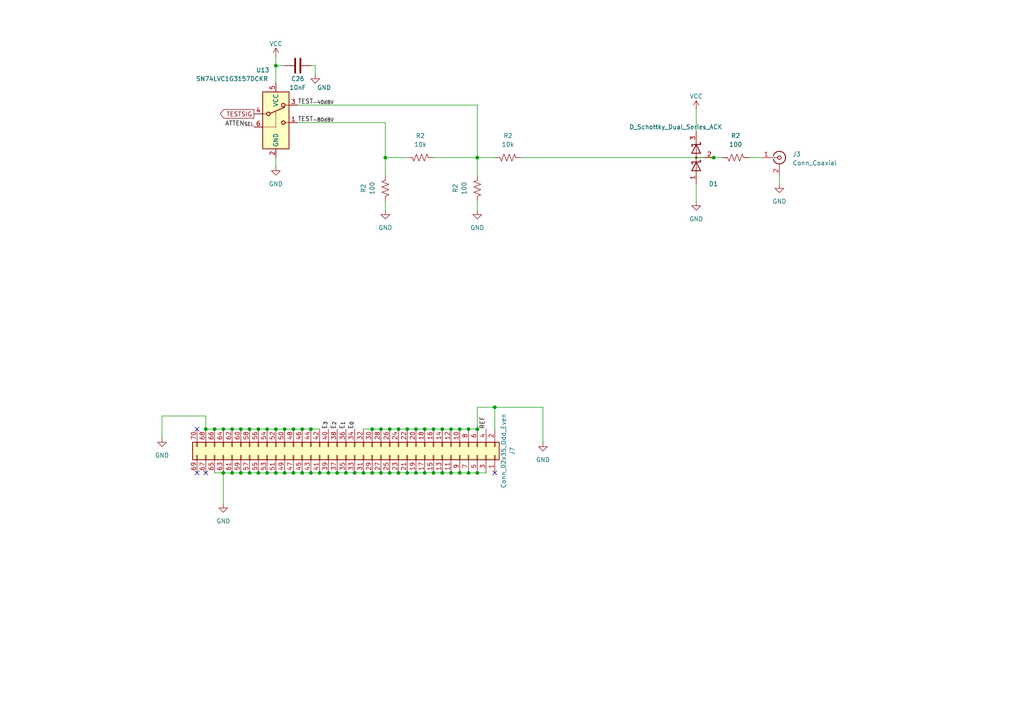
<source format=kicad_sch>
(kicad_sch (version 20230121) (generator eeschema)
  (paper "A4")
  (lib_symbols
    (symbol "Connector:Conn_Coaxial" (pin_names (offset 1.016) hide)
      (property "Reference" "J" (at 0.254 3.048 0))
      (property "Value" "Conn_Coaxial" (at 2.921 0 90))
      (symbol "Conn_Coaxial_1_1"
        (pin passive line (at -5.08 0 0) (length 2.54) (name "In") (number "1"))
        (pin passive line (at 0 -5.08 90) (length 2.54) (name "Ext") (number "2"))
      )
    )
    (symbol "Connector_Generic:Conn_02x35_Odd_Even" (pin_names (offset 1.016) hide)
      (property "Reference" "J" (at 1.27 45.72 0))
      (property "Value" "Conn_02x35_Odd_Even" (at 1.27 -45.72 0))
      (symbol "Conn_02x35_Odd_Even_1_1"
        (pin passive line (at -5.08 43.18 0) (length 3.81) (name "Pin_1") (number "1"))
        (pin passive line (at 7.62 33.02 180) (length 3.81) (name "Pin_10") (number "10"))
        (pin passive line (at -5.08 30.48 0) (length 3.81) (name "Pin_11") (number "11"))
        (pin passive line (at 7.62 30.48 180) (length 3.81) (name "Pin_12") (number "12"))
        (pin passive line (at -5.08 27.94 0) (length 3.81) (name "Pin_13") (number "13"))
        (pin passive line (at 7.62 27.94 180) (length 3.81) (name "Pin_14") (number "14"))
        (pin passive line (at -5.08 25.4 0) (length 3.81) (name "Pin_15") (number "15"))
        (pin passive line (at 7.62 25.4 180) (length 3.81) (name "Pin_16") (number "16"))
        (pin passive line (at -5.08 22.86 0) (length 3.81) (name "Pin_17") (number "17"))
        (pin passive line (at 7.62 22.86 180) (length 3.81) (name "Pin_18") (number "18"))
        (pin passive line (at -5.08 20.32 0) (length 3.81) (name "Pin_19") (number "19"))
        (pin passive line (at 7.62 43.18 180) (length 3.81) (name "Pin_2") (number "2"))
        (pin passive line (at 7.62 20.32 180) (length 3.81) (name "Pin_20") (number "20"))
        (pin passive line (at -5.08 17.78 0) (length 3.81) (name "Pin_21") (number "21"))
        (pin passive line (at 7.62 17.78 180) (length 3.81) (name "Pin_22") (number "22"))
        (pin passive line (at -5.08 15.24 0) (length 3.81) (name "Pin_23") (number "23"))
        (pin passive line (at 7.62 15.24 180) (length 3.81) (name "Pin_24") (number "24"))
        (pin passive line (at -5.08 12.7 0) (length 3.81) (name "Pin_25") (number "25"))
        (pin passive line (at 7.62 12.7 180) (length 3.81) (name "Pin_26") (number "26"))
        (pin passive line (at -5.08 10.16 0) (length 3.81) (name "Pin_27") (number "27"))
        (pin passive line (at 7.62 10.16 180) (length 3.81) (name "Pin_28") (number "28"))
        (pin passive line (at -5.08 7.62 0) (length 3.81) (name "Pin_29") (number "29"))
        (pin passive line (at -5.08 40.64 0) (length 3.81) (name "Pin_3") (number "3"))
        (pin passive line (at 7.62 7.62 180) (length 3.81) (name "Pin_30") (number "30"))
        (pin passive line (at -5.08 5.08 0) (length 3.81) (name "Pin_31") (number "31"))
        (pin passive line (at 7.62 5.08 180) (length 3.81) (name "Pin_32") (number "32"))
        (pin passive line (at -5.08 2.54 0) (length 3.81) (name "Pin_33") (number "33"))
        (pin passive line (at 7.62 2.54 180) (length 3.81) (name "Pin_34") (number "34"))
        (pin passive line (at -5.08 0 0) (length 3.81) (name "Pin_35") (number "35"))
        (pin passive line (at 7.62 0 180) (length 3.81) (name "Pin_36") (number "36"))
        (pin passive line (at -5.08 -2.54 0) (length 3.81) (name "Pin_37") (number "37"))
        (pin passive line (at 7.62 -2.54 180) (length 3.81) (name "Pin_38") (number "38"))
        (pin passive line (at -5.08 -5.08 0) (length 3.81) (name "Pin_39") (number "39"))
        (pin passive line (at 7.62 40.64 180) (length 3.81) (name "Pin_4") (number "4"))
        (pin passive line (at 7.62 -5.08 180) (length 3.81) (name "Pin_40") (number "40"))
        (pin passive line (at -5.08 -7.62 0) (length 3.81) (name "Pin_41") (number "41"))
        (pin passive line (at 7.62 -7.62 180) (length 3.81) (name "Pin_42") (number "42"))
        (pin passive line (at -5.08 -10.16 0) (length 3.81) (name "Pin_43") (number "43"))
        (pin passive line (at 7.62 -10.16 180) (length 3.81) (name "Pin_44") (number "44"))
        (pin passive line (at -5.08 -12.7 0) (length 3.81) (name "Pin_45") (number "45"))
        (pin passive line (at 7.62 -12.7 180) (length 3.81) (name "Pin_46") (number "46"))
        (pin passive line (at -5.08 -15.24 0) (length 3.81) (name "Pin_47") (number "47"))
        (pin passive line (at 7.62 -15.24 180) (length 3.81) (name "Pin_48") (number "48"))
        (pin passive line (at -5.08 -17.78 0) (length 3.81) (name "Pin_49") (number "49"))
        (pin passive line (at -5.08 38.1 0) (length 3.81) (name "Pin_5") (number "5"))
        (pin passive line (at 7.62 -17.78 180) (length 3.81) (name "Pin_50") (number "50"))
        (pin passive line (at -5.08 -20.32 0) (length 3.81) (name "Pin_51") (number "51"))
        (pin passive line (at 7.62 -20.32 180) (length 3.81) (name "Pin_52") (number "52"))
        (pin passive line (at -5.08 -22.86 0) (length 3.81) (name "Pin_53") (number "53"))
        (pin passive line (at 7.62 -22.86 180) (length 3.81) (name "Pin_54") (number "54"))
        (pin passive line (at -5.08 -25.4 0) (length 3.81) (name "Pin_55") (number "55"))
        (pin passive line (at 7.62 -25.4 180) (length 3.81) (name "Pin_56") (number "56"))
        (pin passive line (at -5.08 -27.94 0) (length 3.81) (name "Pin_57") (number "57"))
        (pin passive line (at 7.62 -27.94 180) (length 3.81) (name "Pin_58") (number "58"))
        (pin passive line (at -5.08 -30.48 0) (length 3.81) (name "Pin_59") (number "59"))
        (pin passive line (at 7.62 38.1 180) (length 3.81) (name "Pin_6") (number "6"))
        (pin passive line (at 7.62 -30.48 180) (length 3.81) (name "Pin_60") (number "60"))
        (pin passive line (at -5.08 -33.02 0) (length 3.81) (name "Pin_61") (number "61"))
        (pin passive line (at 7.62 -33.02 180) (length 3.81) (name "Pin_62") (number "62"))
        (pin passive line (at -5.08 -35.56 0) (length 3.81) (name "Pin_63") (number "63"))
        (pin passive line (at 7.62 -35.56 180) (length 3.81) (name "Pin_64") (number "64"))
        (pin passive line (at -5.08 -38.1 0) (length 3.81) (name "Pin_65") (number "65"))
        (pin passive line (at 7.62 -38.1 180) (length 3.81) (name "Pin_66") (number "66"))
        (pin passive line (at -5.08 -40.64 0) (length 3.81) (name "Pin_67") (number "67"))
        (pin passive line (at 7.62 -40.64 180) (length 3.81) (name "Pin_68") (number "68"))
        (pin passive line (at -5.08 -43.18 0) (length 3.81) (name "Pin_69") (number "69"))
        (pin passive line (at -5.08 35.56 0) (length 3.81) (name "Pin_7") (number "7"))
        (pin passive line (at 7.62 -43.18 180) (length 3.81) (name "Pin_70") (number "70"))
        (pin passive line (at 7.62 35.56 180) (length 3.81) (name "Pin_8") (number "8"))
        (pin passive line (at -5.08 33.02 0) (length 3.81) (name "Pin_9") (number "9"))
      )
    )
    (symbol "Device:C" (pin_numbers hide) (pin_names (offset 0.254))
      (property "Reference" "C" (at 0.635 2.54 0))
      (property "Value" "C" (at 0.635 -2.54 0))
      (symbol "C_1_1"
        (pin passive line (at 0 3.81 270) (length 2.794) (name "~") (number "1"))
        (pin passive line (at 0 -3.81 90) (length 2.794) (name "~") (number "2"))
      )
    )
    (symbol "Device:D_Schottky_Dual_Series_ACK" (pin_names (offset 0.762) hide)
      (property "Reference" "D" (at 1.27 -2.54 0))
      (property "Value" "D_Schottky_Dual_Series_ACK" (at 0 2.54 0))
      (symbol "D_Schottky_Dual_Series_ACK_0_1"
        (pin passive line (at -7.62 0 0) (length 3.81) (name "A") (number "1"))
        (pin passive line (at 0 -5.08 90) (length 2.54) (name "common") (number "2"))
        (pin passive line (at 7.62 0 180) (length 3.81) (name "K") (number "3"))
      )
    )
    (symbol "Device:R_US" (pin_numbers hide) (pin_names (offset 0))
      (property "Reference" "R" (at 2.54 0 90))
      (property "Value" "R_US" (at -2.54 0 90))
      (symbol "R_US_1_1"
        (pin passive line (at 0 3.81 270) (length 1.27) (name "~") (number "1"))
        (pin passive line (at 0 -3.81 90) (length 1.27) (name "~") (number "2"))
      )
    )
    (symbol "open-ephys:SN74LVC1G3157DCKR"
      (property "Reference" "U" (at 3.81 11.43 0))
      (property "Value" "SN74LVC1G3157DCKR" (at 11.43 8.89 0))
      (symbol "SN74LVC1G3157DCKR_1_1"
        (pin passive line (at 6.35 -1.27 180) (length 2.54) (name "~") (number "1"))
        (pin power_in line (at 0 -11.43 90) (length 2.54) (name "GND") (number "2"))
        (pin passive line (at 6.35 3.81 180) (length 2.54) (name "~") (number "3"))
        (pin passive line (at -6.35 1.27 0) (length 2.54) (name "~") (number "4"))
        (pin power_in line (at 0 10.16 270) (length 2.54) (name "VCC") (number "5"))
        (pin input line (at -6.35 -2.54 0) (length 2.54) (name "~") (number "6"))
      )
    )
    (symbol "power:GND" (power) (pin_names (offset 0))
      (property "Value" "GND" (at 0 -3.81 0))
      (symbol "GND_1_1"
        (pin power_in line (at 0 0 270) (length 0) hide (name "GND") (number "1"))
      )
    )
    (symbol "power:VCC" (power) (pin_names (offset 0))
      (property "Value" "VCC" (at 0 3.81 0))
      (symbol "VCC_1_1"
        (pin power_in line (at 0 0 90) (length 0) hide (name "VCC") (number "1"))
      )
    )
  )
  (junction (at 85.09 124.46))
  (junction (at 102.87 137.16))
  (junction (at 138.43 137.16))
  (junction (at 77.47 124.46))
  (junction (at 85.09 137.16))
  (junction (at 64.77 124.46))
  (junction (at 207.01 45.72))
  (junction (at 74.93 124.46))
  (junction (at 100.33 137.16))
  (junction (at 67.31 137.16))
  (junction (at 77.47 137.16))
  (junction (at 72.39 124.46))
  (junction (at 138.43 124.46))
  (junction (at 115.57 124.46))
  (junction (at 135.89 137.16))
  (junction (at 105.41 137.16))
  (junction (at 64.77 137.16))
  (junction (at 80.01 137.16))
  (junction (at 90.17 124.46))
  (junction (at 125.73 137.16))
  (junction (at 120.65 137.16))
  (junction (at 95.25 137.16))
  (junction (at 80.01 19.05))
  (junction (at 113.03 124.46))
  (junction (at 138.43 45.72))
  (junction (at 125.73 124.46))
  (junction (at 90.17 137.16))
  (junction (at 87.63 137.16))
  (junction (at 80.01 124.46))
  (junction (at 82.55 137.16))
  (junction (at 120.65 124.46))
  (junction (at 405.13 40.64))
  (junction (at 130.81 124.46))
  (junction (at 405.13 173.99))
  (junction (at 143.51 118.11))
  (junction (at 69.85 137.16))
  (junction (at 110.49 124.46))
  (junction (at 113.03 137.16))
  (junction (at 62.23 124.46))
  (junction (at 67.31 124.46))
  (junction (at 133.35 124.46))
  (junction (at 128.27 137.16))
  (junction (at 82.55 124.46))
  (junction (at 74.93 137.16))
  (junction (at 107.95 124.46))
  (junction (at 92.71 137.16))
  (junction (at 69.85 124.46))
  (junction (at 111.76 45.72))
  (junction (at 118.11 137.16))
  (junction (at 405.13 129.54))
  (junction (at 128.27 124.46))
  (junction (at 87.63 124.46))
  (junction (at 97.79 137.16))
  (junction (at 123.19 137.16))
  (junction (at 107.95 137.16))
  (junction (at 405.13 85.09))
  (junction (at 72.39 137.16))
  (junction (at 118.11 124.46))
  (junction (at 110.49 137.16))
  (junction (at 59.69 124.46))
  (junction (at 130.81 137.16))
  (junction (at 115.57 137.16))
  (junction (at 123.19 124.46))
  (junction (at 133.35 137.16))
  (junction (at 135.89 124.46))
  (no_connect (at 59.69 137.16))
  (no_connect (at 57.15 124.46))
  (no_connect (at 57.15 137.16))
  (no_connect (at 143.51 137.16))
  (wire (pts (xy 80.01 137.16) (xy 82.55 137.16)))
  (wire (pts (xy 80.01 124.46) (xy 82.55 124.46)))
  (wire (pts (xy 138.43 118.11) (xy 138.43 124.46)))
  (wire (pts (xy 105.41 137.16) (xy 107.95 137.16)))
  (wire (pts (xy 77.47 137.16) (xy 80.01 137.16)))
  (wire (pts (xy 111.76 35.56) (xy 111.76 45.72)))
  (wire (pts (xy 111.76 58.42) (xy 111.76 60.96)))
  (wire (pts (xy 130.81 124.46) (xy 133.35 124.46)))
  (wire (pts (xy 82.55 124.46) (xy 85.09 124.46)))
  (wire (pts (xy 111.76 45.72) (xy 118.11 45.72)))
  (wire (pts (xy 415.29 101.6) (xy 411.48 101.6)))
  (wire (pts (xy 405.13 40.64) (xy 405.13 45.72)))
  (wire (pts (xy 62.23 124.46) (xy 64.77 124.46)))
  (wire (pts (xy 405.13 113.03) (xy 405.13 111.76)))
  (wire (pts (xy 123.19 124.46) (xy 125.73 124.46)))
  (wire (pts (xy 59.69 124.46) (xy 62.23 124.46)))
  (wire (pts (xy 118.11 137.16) (xy 120.65 137.16)))
  (wire (pts (xy 405.13 82.55) (xy 405.13 85.09)))
  (wire (pts (xy 398.78 187.96) (xy 397.51 187.96)))
  (wire (pts (xy 416.56 85.09) (xy 416.56 87.63)))
  (wire (pts (xy 125.73 137.16) (xy 128.27 137.16)))
  (wire (pts (xy 120.65 124.46) (xy 123.19 124.46)))
  (wire (pts (xy 97.79 137.16) (xy 100.33 137.16)))
  (wire (pts (xy 201.93 31.75) (xy 201.93 38.1)))
  (wire (pts (xy 415.29 173.99) (xy 416.56 173.99)))
  (wire (pts (xy 415.29 57.15) (xy 411.48 57.15)))
  (wire (pts (xy 405.13 157.48) (xy 405.13 156.21)))
  (wire (pts (xy 389.89 187.96) (xy 388.62 187.96)))
  (wire (pts (xy 110.49 137.16) (xy 113.03 137.16)))
  (wire (pts (xy 90.17 19.05) (xy 91.44 19.05)))
  (wire (pts (xy 67.31 137.16) (xy 69.85 137.16)))
  (wire (pts (xy 405.13 201.93) (xy 405.13 200.66)))
  (wire (pts (xy 133.35 124.46) (xy 135.89 124.46)))
  (wire (pts (xy 69.85 137.16) (xy 72.39 137.16)))
  (wire (pts (xy 415.29 104.14) (xy 415.29 101.6)))
  (wire (pts (xy 95.25 137.16) (xy 97.79 137.16)))
  (wire (pts (xy 86.36 35.56) (xy 111.76 35.56)))
  (wire (pts (xy 143.51 118.11) (xy 138.43 118.11)))
  (wire (pts (xy 405.13 173.99) (xy 405.13 179.07)))
  (wire (pts (xy 123.19 137.16) (xy 125.73 137.16)))
  (wire (pts (xy 143.51 118.11) (xy 157.48 118.11)))
  (wire (pts (xy 64.77 137.16) (xy 67.31 137.16)))
  (wire (pts (xy 416.56 129.54) (xy 416.56 132.08)))
  (wire (pts (xy 138.43 50.8) (xy 138.43 45.72)))
  (wire (pts (xy 46.99 120.65) (xy 46.99 127)))
  (wire (pts (xy 157.48 118.11) (xy 157.48 128.27)))
  (wire (pts (xy 74.93 137.16) (xy 77.47 137.16)))
  (wire (pts (xy 115.57 124.46) (xy 118.11 124.46)))
  (wire (pts (xy 110.49 124.46) (xy 113.03 124.46)))
  (wire (pts (xy 64.77 137.16) (xy 64.77 146.05)))
  (wire (pts (xy 138.43 45.72) (xy 138.43 30.48)))
  (wire (pts (xy 207.01 45.72) (xy 209.55 45.72)))
  (wire (pts (xy 405.13 85.09) (xy 405.13 90.17)))
  (wire (pts (xy 389.89 99.06) (xy 388.62 99.06)))
  (wire (pts (xy 405.13 40.64) (xy 407.67 40.64)))
  (wire (pts (xy 138.43 30.48) (xy 86.36 30.48)))
  (wire (pts (xy 398.78 54.61) (xy 397.51 54.61)))
  (wire (pts (xy 82.55 137.16) (xy 85.09 137.16)))
  (wire (pts (xy 415.29 40.64) (xy 416.56 40.64)))
  (wire (pts (xy 416.56 173.99) (xy 416.56 176.53)))
  (wire (pts (xy 111.76 50.8) (xy 111.76 45.72)))
  (wire (pts (xy 85.09 124.46) (xy 87.63 124.46)))
  (wire (pts (xy 125.73 124.46) (xy 128.27 124.46)))
  (wire (pts (xy 415.29 146.05) (xy 411.48 146.05)))
  (wire (pts (xy 72.39 124.46) (xy 74.93 124.46)))
  (wire (pts (xy 415.29 85.09) (xy 416.56 85.09)))
  (wire (pts (xy 113.03 124.46) (xy 115.57 124.46)))
  (wire (pts (xy 138.43 58.42) (xy 138.43 60.96)))
  (wire (pts (xy 80.01 19.05) (xy 80.01 24.13)))
  (wire (pts (xy 80.01 16.51) (xy 80.01 19.05)))
  (wire (pts (xy 405.13 127) (xy 405.13 129.54)))
  (wire (pts (xy 415.29 190.5) (xy 411.48 190.5)))
  (wire (pts (xy 87.63 137.16) (xy 90.17 137.16)))
  (wire (pts (xy 118.11 124.46) (xy 120.65 124.46)))
  (wire (pts (xy 80.01 19.05) (xy 82.55 19.05)))
  (wire (pts (xy 135.89 137.16) (xy 138.43 137.16)))
  (wire (pts (xy 138.43 45.72) (xy 143.51 45.72)))
  (wire (pts (xy 85.09 137.16) (xy 87.63 137.16)))
  (wire (pts (xy 72.39 137.16) (xy 74.93 137.16)))
  (wire (pts (xy 62.23 137.16) (xy 64.77 137.16)))
  (wire (pts (xy 405.13 129.54) (xy 405.13 134.62)))
  (wire (pts (xy 77.47 124.46) (xy 80.01 124.46)))
  (wire (pts (xy 91.44 19.05) (xy 91.44 21.59)))
  (wire (pts (xy 107.95 124.46) (xy 110.49 124.46)))
  (wire (pts (xy 128.27 124.46) (xy 130.81 124.46)))
  (wire (pts (xy 389.89 143.51) (xy 388.62 143.51)))
  (wire (pts (xy 415.29 148.59) (xy 415.29 146.05)))
  (wire (pts (xy 405.13 85.09) (xy 407.67 85.09)))
  (wire (pts (xy 105.41 124.46) (xy 107.95 124.46)))
  (wire (pts (xy 398.78 143.51) (xy 397.51 143.51)))
  (wire (pts (xy 133.35 137.16) (xy 135.89 137.16)))
  (wire (pts (xy 100.33 137.16) (xy 102.87 137.16)))
  (wire (pts (xy 59.69 124.46) (xy 59.69 120.65)))
  (wire (pts (xy 416.56 40.64) (xy 416.56 43.18)))
  (wire (pts (xy 107.95 137.16) (xy 110.49 137.16)))
  (wire (pts (xy 415.29 59.69) (xy 415.29 57.15)))
  (wire (pts (xy 415.29 129.54) (xy 416.56 129.54)))
  (wire (pts (xy 143.51 124.46) (xy 143.51 118.11)))
  (wire (pts (xy 226.06 50.8) (xy 226.06 53.34)))
  (wire (pts (xy 377.19 187.96) (xy 381 187.96)))
  (wire (pts (xy 398.78 99.06) (xy 397.51 99.06)))
  (wire (pts (xy 201.93 53.34) (xy 201.93 58.42)))
  (wire (pts (xy 113.03 137.16) (xy 115.57 137.16)))
  (wire (pts (xy 92.71 137.16) (xy 95.25 137.16)))
  (wire (pts (xy 405.13 68.58) (xy 405.13 67.31)))
  (wire (pts (xy 389.89 54.61) (xy 388.62 54.61)))
  (wire (pts (xy 125.73 45.72) (xy 138.43 45.72)))
  (wire (pts (xy 102.87 137.16) (xy 105.41 137.16)))
  (wire (pts (xy 377.19 54.61) (xy 381 54.61)))
  (wire (pts (xy 415.29 193.04) (xy 415.29 190.5)))
  (wire (pts (xy 138.43 124.46) (xy 135.89 124.46)))
  (wire (pts (xy 217.17 45.72) (xy 220.98 45.72)))
  (wire (pts (xy 377.19 99.06) (xy 381 99.06)))
  (wire (pts (xy 130.81 137.16) (xy 133.35 137.16)))
  (wire (pts (xy 405.13 129.54) (xy 407.67 129.54)))
  (wire (pts (xy 151.13 45.72) (xy 207.01 45.72)))
  (wire (pts (xy 138.43 137.16) (xy 140.97 137.16)))
  (wire (pts (xy 64.77 124.46) (xy 67.31 124.46)))
  (wire (pts (xy 128.27 137.16) (xy 130.81 137.16)))
  (wire (pts (xy 120.65 137.16) (xy 123.19 137.16)))
  (wire (pts (xy 90.17 137.16) (xy 92.71 137.16)))
  (wire (pts (xy 90.17 124.46) (xy 92.71 124.46)))
  (wire (pts (xy 405.13 38.1) (xy 405.13 40.64)))
  (wire (pts (xy 74.93 124.46) (xy 77.47 124.46)))
  (wire (pts (xy 67.31 124.46) (xy 69.85 124.46)))
  (wire (pts (xy 115.57 137.16) (xy 118.11 137.16)))
  (wire (pts (xy 80.01 45.72) (xy 80.01 48.26)))
  (wire (pts (xy 405.13 171.45) (xy 405.13 173.99)))
  (wire (pts (xy 59.69 120.65) (xy 46.99 120.65)))
  (wire (pts (xy 87.63 124.46) (xy 90.17 124.46)))
  (wire (pts (xy 405.13 173.99) (xy 407.67 173.99)))
  (wire (pts (xy 377.19 143.51) (xy 381 143.51)))
  (wire (pts (xy 69.85 124.46) (xy 72.39 124.46)))
  (label "TEST_{-80dBV}" (at 86.36 35.56 0))
  (label "E_{2}" (at 97.79 124.46 90))
  (label "E_{1}" (at 377.19 99.06 0))
  (label "E_{3}" (at 377.19 187.96 0))
  (label "ATTEN_{SEL}" (at 73.66 36.83 180))
  (label "S_{0}" (at 398.78 58.42 180))
  (label "E_{0}" (at 102.87 124.46 90))
  (label "E_{3}" (at 95.25 124.46 90))
  (label "TEST_{-40dBV}" (at 86.36 30.48 0))
  (label "S_{3}" (at 398.78 191.77 180))
  (label "E_{0}" (at 377.19 54.61 0))
  (label "E_{2}" (at 377.19 143.51 0))
  (label "E_{1}" (at 100.33 124.46 90))
  (label "REF" (at 140.97 124.46 90))
  (label "S_{2}" (at 398.78 147.32 180))
  (label "S_{1}" (at 398.78 102.87 180))
  (global_label "TESTSIG" (shape input) (at 411.48 140.97 0) (property "Intersheetrefs" "${INTERSHEET_REFS}" (effects hide)))
  (global_label "TESTSIG" (shape input) (at 411.48 52.07 0) (property "Intersheetrefs" "${INTERSHEET_REFS}" (effects hide)))
  (global_label "TESTSIG" (shape output) (at 73.66 33.02 180) (property "Intersheetrefs" "${INTERSHEET_REFS}" (effects hide)))
  (global_label "TESTSIG" (shape input) (at 411.48 96.52 0) (property "Intersheetrefs" "${INTERSHEET_REFS}" (effects hide)))
  (global_label "TESTSIG" (shape input) (at 411.48 185.42 0) (property "Intersheetrefs" "${INTERSHEET_REFS}" (effects hide)))
  (symbol (lib_id "power:GND") (at 91.44 21.59 0) (mirror y) (unit 1)
    (property "Reference" "#PWR052" (effects hide))
    (property "Value" "GND" (at 93.98 25.4 0))
    (instances (project "singal-path-test-board" (path "" (reference "#PWR052") (unit 1)) (path "" (reference "#PWR0563") (unit 1)) (path "" (reference "#PWR0563") (unit 1)) (path "" (reference "#PWR0599") (unit 1))))
  )
  (symbol (lib_id "power:GND") (at 405.13 201.93 0) (mirror y) (unit 1)
    (property "Reference" "#PWR032" (effects hide))
    (property "Value" "GND" (at 405.13 207.01 0))
    (instances (project "singal-path-test-board" (path "" (reference "#PWR032") (unit 1)) (path "" (reference "#PWR019") (unit 1)) (path "" (reference "#PWR078") (unit 1)) (path "" (reference "#PWR0113") (unit 1)) (path "" (reference "#PWR0148") (unit 1)) (path "" (reference "#PWR0183") (unit 1)) (path "" (reference "#PWR0218") (unit 1)) (path "" (reference "#PWR0253") (unit 1)) (path "" (reference "#PWR0288") (unit 1)) (path "" (reference "#PWR0323") (unit 1)) (path "" (reference "#PWR0358") (unit 1)) (path "" (reference "#PWR0393") (unit 1)) (path "" (reference "#PWR0428") (unit 1)) (path "" (reference "#PWR0463") (unit 1)) (path "" (reference "#PWR0498") (unit 1)) (path "" (reference "#PWR0533") (unit 1)) (path "" (reference "#PWR0623") (unit 1))))
  )
  (symbol (lib_id "Device:C") (at 411.48 129.54 90) (unit 1)
    (property "Reference" "C14" (at 411.48 133.35 90))
    (property "Value" "10nF" (at 411.48 135.89 90))
    (property "Footprint" "Capacitor_SMD:C_0402_1005Metric" (effects hide))
    (instances (project "singal-path-test-board" (path "" (reference "C14") (unit 1)) (path "" (reference "C15") (unit 1)) (path "" (reference "C43") (unit 1)) (path "" (reference "C61") (unit 1)) (path "" (reference "C79") (unit 1)) (path "" (reference "C97") (unit 1)) (path "" (reference "C115") (unit 1)) (path "" (reference "C133") (unit 1)) (path "" (reference "C151") (unit 1)) (path "" (reference "C169") (unit 1)) (path "" (reference "C187") (unit 1)) (path "" (reference "C205") (unit 1)) (path "" (reference "C223") (unit 1)) (path "" (reference "C241") (unit 1)) (path "" (reference "C259") (unit 1)) (path "" (reference "C277") (unit 1)) (path "" (reference "C313") (unit 1))))
  )
  (symbol (lib_id "Device:C") (at 393.7 143.51 270) (mirror x) (unit 1)
    (property "Reference" "C13" (at 393.7 137.16 90))
    (property "Value" "0.1uF" (at 393.7 139.7 90))
    (property "Footprint" "Capacitor_SMD:C_0402_1005Metric" (effects hide))
    (instances (project "singal-path-test-board" (path "" (reference "C13") (unit 1)) (path "" (reference "C9") (unit 1)) (path "" (reference "C39") (unit 1)) (path "" (reference "C57") (unit 1)) (path "" (reference "C75") (unit 1)) (path "" (reference "C93") (unit 1)) (path "" (reference "C111") (unit 1)) (path "" (reference "C129") (unit 1)) (path "" (reference "C147") (unit 1)) (path "" (reference "C165") (unit 1)) (path "" (reference "C183") (unit 1)) (path "" (reference "C201") (unit 1)) (path "" (reference "C219") (unit 1)) (path "" (reference "C237") (unit 1)) (path "" (reference "C255") (unit 1)) (path "" (reference "C273") (unit 1)) (path "" (reference "C314") (unit 1))))
  )
  (symbol (lib_id "Device:C") (at 393.7 54.61 270) (mirror x) (unit 1)
    (property "Reference" "C2" (at 393.7 48.26 90))
    (property "Value" "0.1uF" (at 393.7 50.8 90))
    (property "Footprint" "Capacitor_SMD:C_0402_1005Metric" (effects hide))
    (instances (project "singal-path-test-board" (path "" (reference "C2") (unit 1)) (path "" (reference "C7") (unit 1)) (path "" (reference "C37") (unit 1)) (path "" (reference "C55") (unit 1)) (path "" (reference "C73") (unit 1)) (path "" (reference "C91") (unit 1)) (path "" (reference "C109") (unit 1)) (path "" (reference "C127") (unit 1)) (path "" (reference "C145") (unit 1)) (path "" (reference "C163") (unit 1)) (path "" (reference "C181") (unit 1)) (path "" (reference "C199") (unit 1)) (path "" (reference "C217") (unit 1)) (path "" (reference "C235") (unit 1)) (path "" (reference "C253") (unit 1)) (path "" (reference "C271") (unit 1)) (path "" (reference "C308") (unit 1))))
  )
  (symbol (lib_id "power:VCC") (at 405.13 38.1 0) (mirror y) (unit 1)
    (property "Reference" "#PWR04" (effects hide))
    (property "Value" "VCC" (at 405.13 34.29 0))
    (instances (project "singal-path-test-board" (path "" (reference "#PWR04") (unit 1)) (path "" (reference "#PWR012") (unit 1)) (path "" (reference "#PWR071") (unit 1)) (path "" (reference "#PWR0106") (unit 1)) (path "" (reference "#PWR0141") (unit 1)) (path "" (reference "#PWR0176") (unit 1)) (path "" (reference "#PWR0211") (unit 1)) (path "" (reference "#PWR0246") (unit 1)) (path "" (reference "#PWR0281") (unit 1)) (path "" (reference "#PWR0316") (unit 1)) (path "" (reference "#PWR0351") (unit 1)) (path "" (reference "#PWR0386") (unit 1)) (path "" (reference "#PWR0421") (unit 1)) (path "" (reference "#PWR0456") (unit 1)) (path "" (reference "#PWR0491") (unit 1)) (path "" (reference "#PWR0526") (unit 1)) (path "" (reference "#PWR0561") (unit 1))))
  )
  (symbol (lib_id "power:GND") (at 405.13 68.58 0) (mirror y) (unit 1)
    (property "Reference" "#PWR02" (effects hide))
    (property "Value" "GND" (at 405.13 73.66 0))
    (instances (project "singal-path-test-board" (path "" (reference "#PWR02") (unit 1)) (path "" (reference "#PWR013") (unit 1)) (path "" (reference "#PWR072") (unit 1)) (path "" (reference "#PWR0107") (unit 1)) (path "" (reference "#PWR0142") (unit 1)) (path "" (reference "#PWR0177") (unit 1)) (path "" (reference "#PWR0212") (unit 1)) (path "" (reference "#PWR0247") (unit 1)) (path "" (reference "#PWR0282") (unit 1)) (path "" (reference "#PWR0317") (unit 1)) (path "" (reference "#PWR0352") (unit 1)) (path "" (reference "#PWR0387") (unit 1)) (path "" (reference "#PWR0422") (unit 1)) (path "" (reference "#PWR0457") (unit 1)) (path "" (reference "#PWR0492") (unit 1)) (path "" (reference "#PWR0527") (unit 1)) (path "" (reference "#PWR0600") (unit 1))))
  )
  (symbol (lib_id "power:GND") (at 138.43 60.96 0) (mirror y) (unit 1)
    (property "Reference" "#PWR042" (effects hide))
    (property "Value" "GND" (at 138.43 66.04 0))
    (instances (project "singal-path-test-board" (path "" (reference "#PWR042") (unit 1)) (path "" (reference "#PWR0566") (unit 1)) (path "" (reference "#PWR0562") (unit 1)) (path "" (reference "#PWR0596") (unit 1))))
  )
  (symbol (lib_id "Device:D_Schottky_Dual_Series_ACK") (at 201.93 45.72 90) (unit 1)
    (property "Reference" "D1" (at 208.28 53.34 90) (effects (justify left)))
    (property "Value" "D_Schottky_Dual_Series_ACK" (at 209.55 36.83 90) (effects (justify left)))
  )
  (symbol (lib_id "Device:R_US") (at 138.43 54.61 0) (mirror y) (unit 1)
    (property "Reference" "R2" (at 132.08 54.61 90))
    (property "Value" "100" (at 134.62 54.61 90))
    (property "Footprint" "Resistor_SMD:R_0805_2012Metric" (effects hide))
    (instances (project "singal-path-test-board" (path "" (reference "R2") (unit 1)) (path "" (reference "R145") (unit 1)) (path "" (reference "R145") (unit 1)) (path "" (reference "R153") (unit 1))))
  )
  (symbol (lib_id "Device:R_US") (at 213.36 45.72 270) (mirror x) (unit 1)
    (property "Reference" "R2" (at 213.36 39.37 90))
    (property "Value" "100" (at 213.36 41.91 90))
    (property "Footprint" "Resistor_SMD:R_0805_2012Metric" (effects hide))
    (instances (project "singal-path-test-board" (path "" (reference "R2") (unit 1)) (path "" (reference "R145") (unit 1)) (path "" (reference "R145") (unit 1)) (path "" (reference "R145") (unit 1))))
  )
  (symbol (lib_id "Device:R_US") (at 384.81 187.96 270) (mirror x) (unit 1)
    (property "Reference" "R9" (at 384.81 181.61 90))
    (property "Value" "180k" (at 384.81 184.15 90))
    (instances (project "singal-path-test-board" (path "" (reference "R9") (unit 1)) (path "" (reference "R8") (unit 1)) (path "" (reference "R22") (unit 1)) (path "" (reference "R31") (unit 1)) (path "" (reference "R40") (unit 1)) (path "" (reference "R49") (unit 1)) (path "" (reference "R58") (unit 1)) (path "" (reference "R67") (unit 1)) (path "" (reference "R76") (unit 1)) (path "" (reference "R85") (unit 1)) (path "" (reference "R94") (unit 1)) (path "" (reference "R103") (unit 1)) (path "" (reference "R112") (unit 1)) (path "" (reference "R121") (unit 1)) (path "" (reference "R130") (unit 1)) (path "" (reference "R139") (unit 1)) (path "" (reference "R160") (unit 1))))
  )
  (symbol (lib_id "power:GND") (at 416.56 43.18 0) (mirror y) (unit 1)
    (property "Reference" "#PWR03" (effects hide))
    (property "Value" "GND" (at 419.1 46.99 0))
    (instances (project "singal-path-test-board" (path "" (reference "#PWR03") (unit 1)) (path "" (reference "#PWR028") (unit 1)) (path "" (reference "#PWR083") (unit 1)) (path "" (reference "#PWR0118") (unit 1)) (path "" (reference "#PWR0153") (unit 1)) (path "" (reference "#PWR0188") (unit 1)) (path "" (reference "#PWR0223") (unit 1)) (path "" (reference "#PWR0258") (unit 1)) (path "" (reference "#PWR0293") (unit 1)) (path "" (reference "#PWR0328") (unit 1)) (path "" (reference "#PWR0363") (unit 1)) (path "" (reference "#PWR0398") (unit 1)) (path "" (reference "#PWR0433") (unit 1)) (path "" (reference "#PWR0468") (unit 1)) (path "" (reference "#PWR0503") (unit 1)) (path "" (reference "#PWR0538") (unit 1)) (path "" (reference "#PWR0562") (unit 1))))
  )
  (symbol (lib_id "power:GND") (at 46.99 127 0) (mirror y) (unit 1)
    (property "Reference" "#PWR042" (effects hide))
    (property "Value" "GND" (at 46.99 132.08 0))
    (instances (project "singal-path-test-board" (path "" (reference "#PWR042") (unit 1)) (path "" (reference "#PWR0566") (unit 1)) (path "" (reference "#PWR0562") (unit 1)) (path "" (reference "#PWR0626") (unit 1))))
  )
  (symbol (lib_id "open-ephys:SN74LVC1G3157DCKR") (at 80.01 34.29 0) (unit 1)
    (property "Reference" "U13" (at 76.2 20.32 0))
    (property "Value" "SN74LVC1G3157DCKR" (at 67.31 22.86 0))
    (property "Footprint" "Package_TO_SOT_SMD:SOT-363_SC-70-6" (effects hide))
    (property "Datasheet" "https://www.ti.com/lit/ds/symlink/sn74lvc1g3157.pdf?HQS=dis-dk-null-digikeymode-dsf-pf-null-wwe&ts=1702261952416&ref_url=https%253A%252F%252Fwww.ti.com%252Fgeneral%252Fdocs%252Fsuppproductinfo.tsp%253FdistId%253D10%2526gotoUrl%253Dhttps%253A%252F%252Fwww.ti.com%252Flit%252Fgpn%252Fsn74lvc1g3157" (effects hide))
    (instances (project "singal-path-test-board" (path "" (reference "U13") (unit 1)) (path "" (reference "U146") (unit 1)) (path "" (reference "U146") (unit 1)) (path "" (reference "U149") (unit 1))))
  )
  (symbol (lib_id "power:GND") (at 226.06 53.34 0) (mirror y) (unit 1)
    (property "Reference" "#PWR042" (effects hide))
    (property "Value" "GND" (at 226.06 58.42 0))
    (instances (project "singal-path-test-board" (path "" (reference "#PWR042") (unit 1)) (path "" (reference "#PWR0561") (unit 1)) (path "" (reference "#PWR0566") (unit 1)) (path "" (reference "#PWR0566") (unit 1))))
  )
  (symbol (lib_id "power:GND") (at 415.29 148.59 0) (mirror y) (unit 1)
    (property "Reference" "#PWR025" (effects hide))
    (property "Value" "GND" (at 415.29 153.67 0))
    (instances (project "singal-path-test-board" (path "" (reference "#PWR025") (unit 1)) (path "" (reference "#PWR022") (unit 1)) (path "" (reference "#PWR081") (unit 1)) (path "" (reference "#PWR0116") (unit 1)) (path "" (reference "#PWR0151") (unit 1)) (path "" (reference "#PWR0186") (unit 1)) (path "" (reference "#PWR0221") (unit 1)) (path "" (reference "#PWR0256") (unit 1)) (path "" (reference "#PWR0291") (unit 1)) (path "" (reference "#PWR0326") (unit 1)) (path "" (reference "#PWR0361") (unit 1)) (path "" (reference "#PWR0396") (unit 1)) (path "" (reference "#PWR0431") (unit 1)) (path "" (reference "#PWR0466") (unit 1)) (path "" (reference "#PWR0501") (unit 1)) (path "" (reference "#PWR0536") (unit 1)) (path "" (reference "#PWR0618") (unit 1))))
  )
  (symbol (lib_id "Device:C") (at 411.48 40.64 90) (unit 1)
    (property "Reference" "C1" (at 411.48 44.45 90))
    (property "Value" "10nF" (at 411.48 46.99 90))
    (property "Footprint" "Capacitor_SMD:C_0402_1005Metric" (effects hide))
    (instances (project "singal-path-test-board" (path "" (reference "C1") (unit 1)) (path "" (reference "C11") (unit 1)) (path "" (reference "C41") (unit 1)) (path "" (reference "C59") (unit 1)) (path "" (reference "C77") (unit 1)) (path "" (reference "C95") (unit 1)) (path "" (reference "C113") (unit 1)) (path "" (reference "C131") (unit 1)) (path "" (reference "C149") (unit 1)) (path "" (reference "C167") (unit 1)) (path "" (reference "C185") (unit 1)) (path "" (reference "C203") (unit 1)) (path "" (reference "C221") (unit 1)) (path "" (reference "C239") (unit 1)) (path "" (reference "C257") (unit 1)) (path "" (reference "C275") (unit 1)) (path "" (reference "C289") (unit 1))))
  )
  (symbol (lib_id "Connector_Generic:Conn_02x35_Odd_Even") (at 100.33 132.08 270) (mirror x) (unit 1)
    (property "Reference" "J7" (at 148.59 130.81 0))
    (property "Value" "Conn_02x35_Odd_Even" (at 146.05 130.81 0))
    (property "Footprint" "jonnew:HIROSE_DF40C(2.0)-70DS-0.4V(51)" (effects hide))
  )
  (symbol (lib_id "power:VCC") (at 201.93 31.75 0) (mirror y) (unit 1)
    (property "Reference" "#PWR041" (effects hide))
    (property "Value" "VCC" (at 201.93 27.94 0))
    (instances (project "singal-path-test-board" (path "" (reference "#PWR041") (unit 1)) (path "" (reference "#PWR0564") (unit 1)) (path "" (reference "#PWR0564") (unit 1)) (path "" (reference "#PWR0564") (unit 1))))
  )
  (symbol (lib_id "open-ephys:SN74LVC1G3157DCKR") (at 405.13 144.78 0) (unit 1)
    (property "Reference" "U8" (at 401.32 130.81 0))
    (property "Value" "SN74LVC1G3157DCKR" (at 392.43 133.35 0))
    (property "Footprint" "Package_TO_SOT_SMD:SOT-363_SC-70-6" (effects hide))
    (property "Datasheet" "https://www.ti.com/lit/ds/symlink/sn74lvc1g3157.pdf?HQS=dis-dk-null-digikeymode-dsf-pf-null-wwe&ts=1702261952416&ref_url=https%253A%252F%252Fwww.ti.com%252Fgeneral%252Fdocs%252Fsuppproductinfo.tsp%253FdistId%253D10%2526gotoUrl%253Dhttps%253A%252F%252Fwww.ti.com%252Flit%252Fgpn%252Fsn74lvc1g3157" (effects hide))
    (instances (project "singal-path-test-board" (path "" (reference "U8") (unit 1)) (path "" (reference "U7") (unit 1)) (path "" (reference "U22") (unit 1)) (path "" (reference "U31") (unit 1)) (path "" (reference "U40") (unit 1)) (path "" (reference "U49") (unit 1)) (path "" (reference "U58") (unit 1)) (path "" (reference "U67") (unit 1)) (path "" (reference "U76") (unit 1)) (path "" (reference "U85") (unit 1)) (path "" (reference "U94") (unit 1)) (path "" (reference "U103") (unit 1)) (path "" (reference "U112") (unit 1)) (path "" (reference "U121") (unit 1)) (path "" (reference "U130") (unit 1)) (path "" (reference "U139") (unit 1)) (path "" (reference "U151") (unit 1))))
  )
  (symbol (lib_id "open-ephys:SN74LVC1G3157DCKR") (at 405.13 100.33 0) (unit 1)
    (property "Reference" "U3" (at 401.32 86.36 0))
    (property "Value" "SN74LVC1G3157DCKR" (at 392.43 88.9 0))
    (property "Footprint" "Package_TO_SOT_SMD:SOT-363_SC-70-6" (effects hide))
    (property "Datasheet" "https://www.ti.com/lit/ds/symlink/sn74lvc1g3157.pdf?HQS=dis-dk-null-digikeymode-dsf-pf-null-wwe&ts=1702261952416&ref_url=https%253A%252F%252Fwww.ti.com%252Fgeneral%252Fdocs%252Fsuppproductinfo.tsp%253FdistId%253D10%2526gotoUrl%253Dhttps%253A%252F%252Fwww.ti.com%252Flit%252Fgpn%252Fsn74lvc1g3157" (effects hide))
    (instances (project "singal-path-test-board" (path "" (reference "U3") (unit 1)) (path "" (reference "U6") (unit 1)) (path "" (reference "U21") (unit 1)) (path "" (reference "U30") (unit 1)) (path "" (reference "U39") (unit 1)) (path "" (reference "U48") (unit 1)) (path "" (reference "U57") (unit 1)) (path "" (reference "U66") (unit 1)) (path "" (reference "U75") (unit 1)) (path "" (reference "U84") (unit 1)) (path "" (reference "U93") (unit 1)) (path "" (reference "U102") (unit 1)) (path "" (reference "U111") (unit 1)) (path "" (reference "U120") (unit 1)) (path "" (reference "U129") (unit 1)) (path "" (reference "U138") (unit 1)) (path "" (reference "U150") (unit 1))))
  )
  (symbol (lib_id "power:GND") (at 415.29 193.04 0) (mirror y) (unit 1)
    (property "Reference" "#PWR033" (effects hide))
    (property "Value" "GND" (at 415.29 198.12 0))
    (instances (project "singal-path-test-board" (path "" (reference "#PWR033") (unit 1)) (path "" (reference "#PWR027") (unit 1)) (path "" (reference "#PWR082") (unit 1)) (path "" (reference "#PWR0117") (unit 1)) (path "" (reference "#PWR0152") (unit 1)) (path "" (reference "#PWR0187") (unit 1)) (path "" (reference "#PWR0222") (unit 1)) (path "" (reference "#PWR0257") (unit 1)) (path "" (reference "#PWR0292") (unit 1)) (path "" (reference "#PWR0327") (unit 1)) (path "" (reference "#PWR0362") (unit 1)) (path "" (reference "#PWR0397") (unit 1)) (path "" (reference "#PWR0432") (unit 1)) (path "" (reference "#PWR0467") (unit 1)) (path "" (reference "#PWR0502") (unit 1)) (path "" (reference "#PWR0537") (unit 1)) (path "" (reference "#PWR0622") (unit 1))))
  )
  (symbol (lib_id "power:GND") (at 111.76 60.96 0) (mirror y) (unit 1)
    (property "Reference" "#PWR042" (effects hide))
    (property "Value" "GND" (at 111.76 66.04 0))
    (instances (project "singal-path-test-board" (path "" (reference "#PWR042") (unit 1)) (path "" (reference "#PWR0566") (unit 1)) (path "" (reference "#PWR0562") (unit 1)) (path "" (reference "#PWR0597") (unit 1))))
  )
  (symbol (lib_id "open-ephys:SN74LVC1G3157DCKR") (at 405.13 189.23 0) (unit 1)
    (property "Reference" "U10" (at 401.32 175.26 0))
    (property "Value" "SN74LVC1G3157DCKR" (at 392.43 177.8 0))
    (property "Footprint" "Package_TO_SOT_SMD:SOT-363_SC-70-6" (effects hide))
    (property "Datasheet" "https://www.ti.com/lit/ds/symlink/sn74lvc1g3157.pdf?HQS=dis-dk-null-digikeymode-dsf-pf-null-wwe&ts=1702261952416&ref_url=https%253A%252F%252Fwww.ti.com%252Fgeneral%252Fdocs%252Fsuppproductinfo.tsp%253FdistId%253D10%2526gotoUrl%253Dhttps%253A%252F%252Fwww.ti.com%252Flit%252Fgpn%252Fsn74lvc1g3157" (effects hide))
    (instances (project "singal-path-test-board" (path "" (reference "U10") (unit 1)) (path "" (reference "U9") (unit 1)) (path "" (reference "U23") (unit 1)) (path "" (reference "U32") (unit 1)) (path "" (reference "U41") (unit 1)) (path "" (reference "U50") (unit 1)) (path "" (reference "U59") (unit 1)) (path "" (reference "U68") (unit 1)) (path "" (reference "U77") (unit 1)) (path "" (reference "U86") (unit 1)) (path "" (reference "U95") (unit 1)) (path "" (reference "U104") (unit 1)) (path "" (reference "U113") (unit 1)) (path "" (reference "U122") (unit 1)) (path "" (reference "U131") (unit 1)) (path "" (reference "U140") (unit 1)) (path "" (reference "U152") (unit 1))))
  )
  (symbol (lib_id "Device:R_US") (at 384.81 54.61 270) (mirror x) (unit 1)
    (property "Reference" "R1" (at 384.81 48.26 90))
    (property "Value" "180k" (at 384.81 50.8 90))
    (instances (project "singal-path-test-board" (path "" (reference "R1") (unit 1)) (path "" (reference "R4") (unit 1)) (path "" (reference "R19") (unit 1)) (path "" (reference "R28") (unit 1)) (path "" (reference "R37") (unit 1)) (path "" (reference "R46") (unit 1)) (path "" (reference "R55") (unit 1)) (path "" (reference "R64") (unit 1)) (path "" (reference "R73") (unit 1)) (path "" (reference "R82") (unit 1)) (path "" (reference "R91") (unit 1)) (path "" (reference "R100") (unit 1)) (path "" (reference "R109") (unit 1)) (path "" (reference "R118") (unit 1)) (path "" (reference "R127") (unit 1)) (path "" (reference "R136") (unit 1)) (path "" (reference "R157") (unit 1))))
  )
  (symbol (lib_id "Connector:Conn_Coaxial") (at 226.06 45.72 0) (unit 1)
    (property "Reference" "J3" (at 229.87 44.7432 0) (effects (justify left)))
    (property "Value" "Conn_Coaxial" (at 229.87 47.2832 0) (effects (justify left)))
    (property "Footprint" "Connector_Coaxial:BNC_Amphenol_B6252HB-NPP3G-50_Horizontal" (effects hide))
    (property "Datasheet" " ~" (effects hide))
  )
  (symbol (lib_id "Device:C") (at 393.7 99.06 270) (mirror x) (unit 1)
    (property "Reference" "C3" (at 393.7 92.71 90))
    (property "Value" "0.1uF" (at 393.7 95.25 90))
    (property "Footprint" "Capacitor_SMD:C_0402_1005Metric" (effects hide))
    (instances (project "singal-path-test-board" (path "" (reference "C3") (unit 1)) (path "" (reference "C8") (unit 1)) (path "" (reference "C38") (unit 1)) (path "" (reference "C56") (unit 1)) (path "" (reference "C74") (unit 1)) (path "" (reference "C92") (unit 1)) (path "" (reference "C110") (unit 1)) (path "" (reference "C128") (unit 1)) (path "" (reference "C146") (unit 1)) (path "" (reference "C164") (unit 1)) (path "" (reference "C182") (unit 1)) (path "" (reference "C200") (unit 1)) (path "" (reference "C218") (unit 1)) (path "" (reference "C236") (unit 1)) (path "" (reference "C254") (unit 1)) (path "" (reference "C272") (unit 1)) (path "" (reference "C310") (unit 1))))
  )
  (symbol (lib_id "power:GND") (at 201.93 58.42 0) (mirror y) (unit 1)
    (property "Reference" "#PWR042" (effects hide))
    (property "Value" "GND" (at 201.93 63.5 0))
    (instances (project "singal-path-test-board" (path "" (reference "#PWR042") (unit 1)) (path "" (reference "#PWR0565") (unit 1)) (path "" (reference "#PWR0565") (unit 1)) (path "" (reference "#PWR0565") (unit 1))))
  )
  (symbol (lib_id "power:GND") (at 405.13 113.03 0) (mirror y) (unit 1)
    (property "Reference" "#PWR06" (effects hide))
    (property "Value" "GND" (at 405.13 118.11 0))
    (instances (project "singal-path-test-board" (path "" (reference "#PWR06") (unit 1)) (path "" (reference "#PWR015") (unit 1)) (path "" (reference "#PWR074") (unit 1)) (path "" (reference "#PWR0109") (unit 1)) (path "" (reference "#PWR0144") (unit 1)) (path "" (reference "#PWR0179") (unit 1)) (path "" (reference "#PWR0214") (unit 1)) (path "" (reference "#PWR0249") (unit 1)) (path "" (reference "#PWR0284") (unit 1)) (path "" (reference "#PWR0319") (unit 1)) (path "" (reference "#PWR0354") (unit 1)) (path "" (reference "#PWR0389") (unit 1)) (path "" (reference "#PWR0424") (unit 1)) (path "" (reference "#PWR0459") (unit 1)) (path "" (reference "#PWR0494") (unit 1)) (path "" (reference "#PWR0529") (unit 1)) (path "" (reference "#PWR0604") (unit 1))))
  )
  (symbol (lib_id "Device:C") (at 86.36 19.05 90) (unit 1)
    (property "Reference" "C26" (at 86.36 22.86 90))
    (property "Value" "10nF" (at 86.36 25.4 90))
    (property "Footprint" "Capacitor_SMD:C_0402_1005Metric" (effects hide))
    (instances (project "singal-path-test-board" (path "" (reference "C26") (unit 1)) (path "" (reference "C289") (unit 1)) (path "" (reference "C289") (unit 1)) (path "" (reference "C306") (unit 1))))
  )
  (symbol (lib_id "power:GND") (at 80.01 48.26 0) (mirror y) (unit 1)
    (property "Reference" "#PWR042" (effects hide))
    (property "Value" "GND" (at 80.01 53.34 0))
    (instances (project "singal-path-test-board" (path "" (reference "#PWR042") (unit 1)) (path "" (reference "#PWR0566") (unit 1)) (path "" (reference "#PWR0562") (unit 1)) (path "" (reference "#PWR0605") (unit 1))))
  )
  (symbol (lib_id "power:GND") (at 416.56 176.53 0) (mirror y) (unit 1)
    (property "Reference" "#PWR034" (effects hide))
    (property "Value" "GND" (at 419.1 180.34 0))
    (instances (project "singal-path-test-board" (path "" (reference "#PWR034") (unit 1)) (path "" (reference "#PWR035") (unit 1)) (path "" (reference "#PWR086") (unit 1)) (path "" (reference "#PWR0121") (unit 1)) (path "" (reference "#PWR0156") (unit 1)) (path "" (reference "#PWR0191") (unit 1)) (path "" (reference "#PWR0226") (unit 1)) (path "" (reference "#PWR0261") (unit 1)) (path "" (reference "#PWR0296") (unit 1)) (path "" (reference "#PWR0331") (unit 1)) (path "" (reference "#PWR0366") (unit 1)) (path "" (reference "#PWR0401") (unit 1)) (path "" (reference "#PWR0436") (unit 1)) (path "" (reference "#PWR0471") (unit 1)) (path "" (reference "#PWR0506") (unit 1)) (path "" (reference "#PWR0541") (unit 1)) (path "" (reference "#PWR0621") (unit 1))))
  )
  (symbol (lib_id "power:VCC") (at 405.13 171.45 0) (mirror y) (unit 1)
    (property "Reference" "#PWR031" (effects hide))
    (property "Value" "VCC" (at 405.13 167.64 0))
    (instances (project "singal-path-test-board" (path "" (reference "#PWR031") (unit 1)) (path "" (reference "#PWR018") (unit 1)) (path "" (reference "#PWR077") (unit 1)) (path "" (reference "#PWR0112") (unit 1)) (path "" (reference "#PWR0147") (unit 1)) (path "" (reference "#PWR0182") (unit 1)) (path "" (reference "#PWR0217") (unit 1)) (path "" (reference "#PWR0252") (unit 1)) (path "" (reference "#PWR0287") (unit 1)) (path "" (reference "#PWR0322") (unit 1)) (path "" (reference "#PWR0357") (unit 1)) (path "" (reference "#PWR0392") (unit 1)) (path "" (reference "#PWR0427") (unit 1)) (path "" (reference "#PWR0462") (unit 1)) (path "" (reference "#PWR0497") (unit 1)) (path "" (reference "#PWR0532") (unit 1)) (path "" (reference "#PWR0620") (unit 1))))
  )
  (symbol (lib_id "power:VCC") (at 405.13 127 0) (mirror y) (unit 1)
    (property "Reference" "#PWR023" (effects hide))
    (property "Value" "VCC" (at 405.13 123.19 0))
    (instances (project "singal-path-test-board" (path "" (reference "#PWR023") (unit 1)) (path "" (reference "#PWR016") (unit 1)) (path "" (reference "#PWR075") (unit 1)) (path "" (reference "#PWR0110") (unit 1)) (path "" (reference "#PWR0145") (unit 1)) (path "" (reference "#PWR0180") (unit 1)) (path "" (reference "#PWR0215") (unit 1)) (path "" (reference "#PWR0250") (unit 1)) (path "" (reference "#PWR0285") (unit 1)) (path "" (reference "#PWR0320") (unit 1)) (path "" (reference "#PWR0355") (unit 1)) (path "" (reference "#PWR0390") (unit 1)) (path "" (reference "#PWR0425") (unit 1)) (path "" (reference "#PWR0460") (unit 1)) (path "" (reference "#PWR0495") (unit 1)) (path "" (reference "#PWR0530") (unit 1)) (path "" (reference "#PWR0616") (unit 1))))
  )
  (symbol (lib_id "Device:C") (at 393.7 187.96 270) (mirror x) (unit 1)
    (property "Reference" "C17" (at 393.7 181.61 90))
    (property "Value" "0.1uF" (at 393.7 184.15 90))
    (property "Footprint" "Capacitor_SMD:C_0402_1005Metric" (effects hide))
    (instances (project "singal-path-test-board" (path "" (reference "C17") (unit 1)) (path "" (reference "C10") (unit 1)) (path "" (reference "C40") (unit 1)) (path "" (reference "C58") (unit 1)) (path "" (reference "C76") (unit 1)) (path "" (reference "C94") (unit 1)) (path "" (reference "C112") (unit 1)) (path "" (reference "C130") (unit 1)) (path "" (reference "C148") (unit 1)) (path "" (reference "C166") (unit 1)) (path "" (reference "C184") (unit 1)) (path "" (reference "C202") (unit 1)) (path "" (reference "C220") (unit 1)) (path "" (reference "C238") (unit 1)) (path "" (reference "C256") (unit 1)) (path "" (reference "C274") (unit 1)) (path "" (reference "C316") (unit 1))))
  )
  (symbol (lib_id "power:GND") (at 405.13 157.48 0) (mirror y) (unit 1)
    (property "Reference" "#PWR024" (effects hide))
    (property "Value" "GND" (at 405.13 162.56 0))
    (instances (project "singal-path-test-board" (path "" (reference "#PWR024") (unit 1)) (path "" (reference "#PWR017") (unit 1)) (path "" (reference "#PWR076") (unit 1)) (path "" (reference "#PWR0111") (unit 1)) (path "" (reference "#PWR0146") (unit 1)) (path "" (reference "#PWR0181") (unit 1)) (path "" (reference "#PWR0216") (unit 1)) (path "" (reference "#PWR0251") (unit 1)) (path "" (reference "#PWR0286") (unit 1)) (path "" (reference "#PWR0321") (unit 1)) (path "" (reference "#PWR0356") (unit 1)) (path "" (reference "#PWR0391") (unit 1)) (path "" (reference "#PWR0426") (unit 1)) (path "" (reference "#PWR0461") (unit 1)) (path "" (reference "#PWR0496") (unit 1)) (path "" (reference "#PWR0531") (unit 1)) (path "" (reference "#PWR0619") (unit 1))))
  )
  (symbol (lib_id "Device:R_US") (at 147.32 45.72 270) (mirror x) (unit 1)
    (property "Reference" "R2" (at 147.32 39.37 90))
    (property "Value" "10k" (at 147.32 41.91 90))
    (property "Footprint" "Resistor_SMD:R_0805_2012Metric" (effects hide))
    (instances (project "singal-path-test-board" (path "" (reference "R2") (unit 1)) (path "" (reference "R145") (unit 1)) (path "" (reference "R145") (unit 1)) (path "" (reference "R152") (unit 1))))
  )
  (symbol (lib_id "power:GND") (at 415.29 104.14 0) (mirror y) (unit 1)
    (property "Reference" "#PWR07" (effects hide))
    (property "Value" "GND" (at 415.29 109.22 0))
    (instances (project "singal-path-test-board" (path "" (reference "#PWR07") (unit 1)) (path "" (reference "#PWR021") (unit 1)) (path "" (reference "#PWR080") (unit 1)) (path "" (reference "#PWR0115") (unit 1)) (path "" (reference "#PWR0150") (unit 1)) (path "" (reference "#PWR0185") (unit 1)) (path "" (reference "#PWR0220") (unit 1)) (path "" (reference "#PWR0255") (unit 1)) (path "" (reference "#PWR0290") (unit 1)) (path "" (reference "#PWR0325") (unit 1)) (path "" (reference "#PWR0360") (unit 1)) (path "" (reference "#PWR0395") (unit 1)) (path "" (reference "#PWR0430") (unit 1)) (path "" (reference "#PWR0465") (unit 1)) (path "" (reference "#PWR0500") (unit 1)) (path "" (reference "#PWR0535") (unit 1)) (path "" (reference "#PWR0603") (unit 1))))
  )
  (symbol (lib_id "Device:C") (at 411.48 173.99 90) (unit 1)
    (property "Reference" "C18" (at 411.48 177.8 90))
    (property "Value" "10nF" (at 411.48 180.34 90))
    (property "Footprint" "Capacitor_SMD:C_0402_1005Metric" (effects hide))
    (instances (project "singal-path-test-board" (path "" (reference "C18") (unit 1)) (path "" (reference "C16") (unit 1)) (path "" (reference "C44") (unit 1)) (path "" (reference "C62") (unit 1)) (path "" (reference "C80") (unit 1)) (path "" (reference "C98") (unit 1)) (path "" (reference "C116") (unit 1)) (path "" (reference "C134") (unit 1)) (path "" (reference "C152") (unit 1)) (path "" (reference "C170") (unit 1)) (path "" (reference "C188") (unit 1)) (path "" (reference "C206") (unit 1)) (path "" (reference "C224") (unit 1)) (path "" (reference "C242") (unit 1)) (path "" (reference "C260") (unit 1)) (path "" (reference "C278") (unit 1)) (path "" (reference "C315") (unit 1))))
  )
  (symbol (lib_id "power:GND") (at 416.56 132.08 0) (mirror y) (unit 1)
    (property "Reference" "#PWR026" (effects hide))
    (property "Value" "GND" (at 419.1 135.89 0))
    (instances (project "singal-path-test-board" (path "" (reference "#PWR026") (unit 1)) (path "" (reference "#PWR030") (unit 1)) (path "" (reference "#PWR085") (unit 1)) (path "" (reference "#PWR0120") (unit 1)) (path "" (reference "#PWR0155") (unit 1)) (path "" (reference "#PWR0190") (unit 1)) (path "" (reference "#PWR0225") (unit 1)) (path "" (reference "#PWR0260") (unit 1)) (path "" (reference "#PWR0295") (unit 1)) (path "" (reference "#PWR0330") (unit 1)) (path "" (reference "#PWR0365") (unit 1)) (path "" (reference "#PWR0400") (unit 1)) (path "" (reference "#PWR0435") (unit 1)) (path "" (reference "#PWR0470") (unit 1)) (path "" (reference "#PWR0505") (unit 1)) (path "" (reference "#PWR0540") (unit 1)) (path "" (reference "#PWR0617") (unit 1))))
  )
  (symbol (lib_id "power:GND") (at 415.29 59.69 0) (mirror y) (unit 1)
    (property "Reference" "#PWR01" (effects hide))
    (property "Value" "GND" (at 415.29 64.77 0))
    (instances (project "singal-path-test-board" (path "" (reference "#PWR01") (unit 1)) (path "" (reference "#PWR020") (unit 1)) (path "" (reference "#PWR079") (unit 1)) (path "" (reference "#PWR0114") (unit 1)) (path "" (reference "#PWR0149") (unit 1)) (path "" (reference "#PWR0184") (unit 1)) (path "" (reference "#PWR0219") (unit 1)) (path "" (reference "#PWR0254") (unit 1)) (path "" (reference "#PWR0289") (unit 1)) (path "" (reference "#PWR0324") (unit 1)) (path "" (reference "#PWR0359") (unit 1)) (path "" (reference "#PWR0394") (unit 1)) (path "" (reference "#PWR0429") (unit 1)) (path "" (reference "#PWR0464") (unit 1)) (path "" (reference "#PWR0499") (unit 1)) (path "" (reference "#PWR0534") (unit 1)) (path "" (reference "#PWR0563") (unit 1))))
  )
  (symbol (lib_id "Device:R_US") (at 111.76 54.61 0) (mirror y) (unit 1)
    (property "Reference" "R2" (at 105.41 54.61 90))
    (property "Value" "100" (at 107.95 54.61 90))
    (property "Footprint" "Resistor_SMD:R_0805_2012Metric" (effects hide))
    (instances (project "singal-path-test-board" (path "" (reference "R2") (unit 1)) (path "" (reference "R145") (unit 1)) (path "" (reference "R145") (unit 1)) (path "" (reference "R154") (unit 1))))
  )
  (symbol (lib_id "open-ephys:SN74LVC1G3157DCKR") (at 405.13 55.88 0) (unit 1)
    (property "Reference" "U2" (at 401.32 41.91 0))
    (property "Value" "SN74LVC1G3157DCKR" (at 392.43 44.45 0))
    (property "Footprint" "Package_TO_SOT_SMD:SOT-363_SC-70-6" (effects hide))
    (property "Datasheet" "https://www.ti.com/lit/ds/symlink/sn74lvc1g3157.pdf?HQS=dis-dk-null-digikeymode-dsf-pf-null-wwe&ts=1702261952416&ref_url=https%253A%252F%252Fwww.ti.com%252Fgeneral%252Fdocs%252Fsuppproductinfo.tsp%253FdistId%253D10%2526gotoUrl%253Dhttps%253A%252F%252Fwww.ti.com%252Flit%252Fgpn%252Fsn74lvc1g3157" (effects hide))
    (instances (project "singal-path-test-board" (path "" (reference "U2") (unit 1)) (path "" (reference "U5") (unit 1)) (path "" (reference "U20") (unit 1)) (path "" (reference "U29") (unit 1)) (path "" (reference "U38") (unit 1)) (path "" (reference "U47") (unit 1)) (path "" (reference "U56") (unit 1)) (path "" (reference "U65") (unit 1)) (path "" (reference "U74") (unit 1)) (path "" (reference "U83") (unit 1)) (path "" (reference "U92") (unit 1)) (path "" (reference "U101") (unit 1)) (path "" (reference "U110") (unit 1)) (path "" (reference "U119") (unit 1)) (path "" (reference "U128") (unit 1)) (path "" (reference "U137") (unit 1)) (path "" (reference "U146") (unit 1))))
  )
  (symbol (lib_id "Device:R_US") (at 121.92 45.72 270) (mirror x) (unit 1)
    (property "Reference" "R2" (at 121.92 39.37 90))
    (property "Value" "10k" (at 121.92 41.91 90))
    (property "Footprint" "Resistor_SMD:R_0805_2012Metric" (effects hide))
    (instances (project "singal-path-test-board" (path "" (reference "R2") (unit 1)) (path "" (reference "R145") (unit 1)) (path "" (reference "R145") (unit 1)) (path "" (reference "R155") (unit 1))))
  )
  (symbol (lib_id "power:VCC") (at 405.13 82.55 0) (mirror y) (unit 1)
    (property "Reference" "#PWR05" (effects hide))
    (property "Value" "VCC" (at 405.13 78.74 0))
    (instances (project "singal-path-test-board" (path "" (reference "#PWR05") (unit 1)) (path "" (reference "#PWR014") (unit 1)) (path "" (reference "#PWR073") (unit 1)) (path "" (reference "#PWR0108") (unit 1)) (path "" (reference "#PWR0143") (unit 1)) (path "" (reference "#PWR0178") (unit 1)) (path "" (reference "#PWR0213") (unit 1)) (path "" (reference "#PWR0248") (unit 1)) (path "" (reference "#PWR0283") (unit 1)) (path "" (reference "#PWR0318") (unit 1)) (path "" (reference "#PWR0353") (unit 1)) (path "" (reference "#PWR0388") (unit 1)) (path "" (reference "#PWR0423") (unit 1)) (path "" (reference "#PWR0458") (unit 1)) (path "" (reference "#PWR0493") (unit 1)) (path "" (reference "#PWR0528") (unit 1)) (path "" (reference "#PWR0601") (unit 1))))
  )
  (symbol (lib_id "power:GND") (at 416.56 87.63 0) (mirror y) (unit 1)
    (property "Reference" "#PWR08" (effects hide))
    (property "Value" "GND" (at 419.1 91.44 0))
    (instances (project "singal-path-test-board" (path "" (reference "#PWR08") (unit 1)) (path "" (reference "#PWR029") (unit 1)) (path "" (reference "#PWR084") (unit 1)) (path "" (reference "#PWR0119") (unit 1)) (path "" (reference "#PWR0154") (unit 1)) (path "" (reference "#PWR0189") (unit 1)) (path "" (reference "#PWR0224") (unit 1)) (path "" (reference "#PWR0259") (unit 1)) (path "" (reference "#PWR0294") (unit 1)) (path "" (reference "#PWR0329") (unit 1)) (path "" (reference "#PWR0364") (unit 1)) (path "" (reference "#PWR0399") (unit 1)) (path "" (reference "#PWR0434") (unit 1)) (path "" (reference "#PWR0469") (unit 1)) (path "" (reference "#PWR0504") (unit 1)) (path "" (reference "#PWR0539") (unit 1)) (path "" (reference "#PWR0602") (unit 1))))
  )
  (symbol (lib_id "Device:R_US") (at 384.81 143.51 270) (mirror x) (unit 1)
    (property "Reference" "R7" (at 384.81 137.16 90))
    (property "Value" "180k" (at 384.81 139.7 90))
    (instances (project "singal-path-test-board" (path "" (reference "R7") (unit 1)) (path "" (reference "R6") (unit 1)) (path "" (reference "R21") (unit 1)) (path "" (reference "R30") (unit 1)) (path "" (reference "R39") (unit 1)) (path "" (reference "R48") (unit 1)) (path "" (reference "R57") (unit 1)) (path "" (reference "R66") (unit 1)) (path "" (reference "R75") (unit 1)) (path "" (reference "R84") (unit 1)) (path "" (reference "R93") (unit 1)) (path "" (reference "R102") (unit 1)) (path "" (reference "R111") (unit 1)) (path "" (reference "R120") (unit 1)) (path "" (reference "R129") (unit 1)) (path "" (reference "R138") (unit 1)) (path "" (reference "R159") (unit 1))))
  )
  (symbol (lib_id "Device:C") (at 411.48 85.09 90) (unit 1)
    (property "Reference" "C4" (at 411.48 88.9 90))
    (property "Value" "10nF" (at 411.48 91.44 90))
    (property "Footprint" "Capacitor_SMD:C_0402_1005Metric" (effects hide))
    (instances (project "singal-path-test-board" (path "" (reference "C4") (unit 1)) (path "" (reference "C12") (unit 1)) (path "" (reference "C42") (unit 1)) (path "" (reference "C60") (unit 1)) (path "" (reference "C78") (unit 1)) (path "" (reference "C96") (unit 1)) (path "" (reference "C114") (unit 1)) (path "" (reference "C132") (unit 1)) (path "" (reference "C150") (unit 1)) (path "" (reference "C168") (unit 1)) (path "" (reference "C186") (unit 1)) (path "" (reference "C204") (unit 1)) (path "" (reference "C222") (unit 1)) (path "" (reference "C240") (unit 1)) (path "" (reference "C258") (unit 1)) (path "" (reference "C276") (unit 1)) (path "" (reference "C309") (unit 1))))
  )
  (symbol (lib_id "Device:R_US") (at 384.81 99.06 270) (mirror x) (unit 1)
    (property "Reference" "R2" (at 384.81 92.71 90))
    (property "Value" "180k" (at 384.81 95.25 90))
    (instances (project "singal-path-test-board" (path "" (reference "R2") (unit 1)) (path "" (reference "R5") (unit 1)) (path "" (reference "R20") (unit 1)) (path "" (reference "R29") (unit 1)) (path "" (reference "R38") (unit 1)) (path "" (reference "R47") (unit 1)) (path "" (reference "R56") (unit 1)) (path "" (reference "R65") (unit 1)) (path "" (reference "R74") (unit 1)) (path "" (reference "R83") (unit 1)) (path "" (reference "R92") (unit 1)) (path "" (reference "R101") (unit 1)) (path "" (reference "R110") (unit 1)) (path "" (reference "R119") (unit 1)) (path "" (reference "R128") (unit 1)) (path "" (reference "R137") (unit 1)) (path "" (reference "R158") (unit 1))))
  )
  (symbol (lib_id "power:GND") (at 157.48 128.27 0) (mirror y) (unit 1)
    (property "Reference" "#PWR042" (effects hide))
    (property "Value" "GND" (at 157.48 133.35 0))
    (instances (project "singal-path-test-board" (path "" (reference "#PWR042") (unit 1)) (path "" (reference "#PWR0566") (unit 1)) (path "" (reference "#PWR0562") (unit 1)) (path "" (reference "#PWR0625") (unit 1))))
  )
  (symbol (lib_id "power:GND") (at 64.77 146.05 0) (mirror y) (unit 1)
    (property "Reference" "#PWR042" (effects hide))
    (property "Value" "GND" (at 64.77 151.13 0))
    (instances (project "singal-path-test-board" (path "" (reference "#PWR042") (unit 1)) (path "" (reference "#PWR0566") (unit 1)) (path "" (reference "#PWR0562") (unit 1)) (path "" (reference "#PWR0624") (unit 1))))
  )
  (symbol (lib_id "power:VCC") (at 80.01 16.51 0) (mirror y) (unit 1)
    (property "Reference" "#PWR041" (effects hide))
    (property "Value" "VCC" (at 80.01 12.7 0))
    (instances (project "singal-path-test-board" (path "" (reference "#PWR041") (unit 1)) (path "" (reference "#PWR0562") (unit 1)) (path "" (reference "#PWR0561") (unit 1)) (path "" (reference "#PWR0598") (unit 1))))
  )
)
</source>
